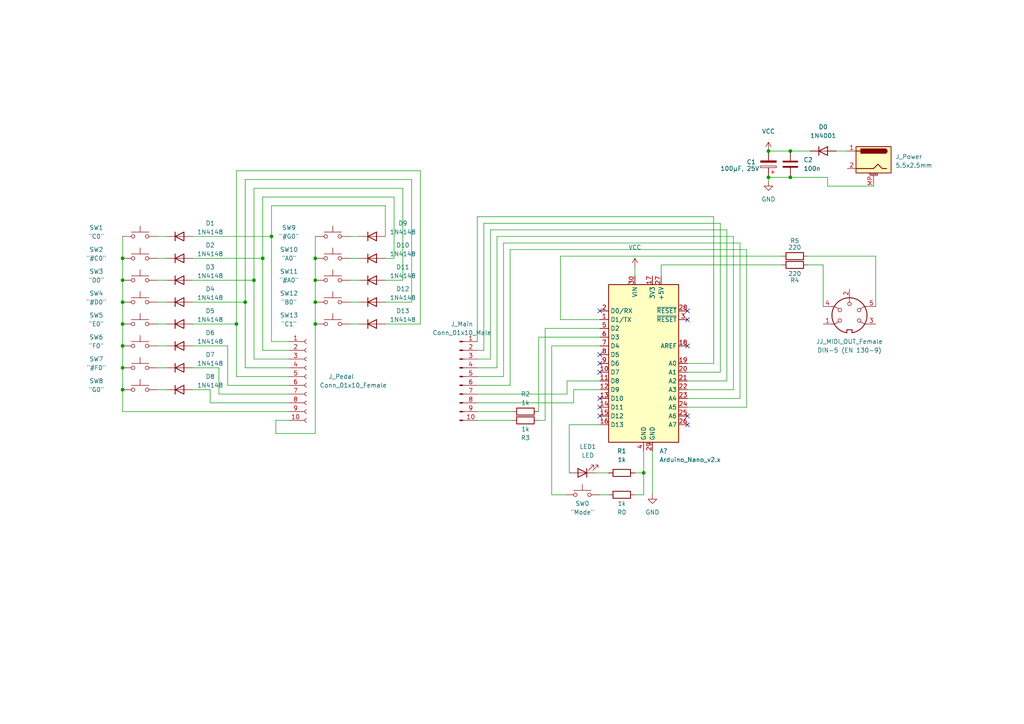
<source format=kicad_sch>
(kicad_sch (version 20211123) (generator eeschema)
  (paper "A4")
  (title_block (title "Foot Organ Midiboard") (date "07.01.2022") (rev "0") (company "EWA") (comment 1 "Board can be extended with additional mux groups") (comment 2 "G7 / V.Weiss"))
  (lib_symbols
    (symbol "Connector:Barrel_Jack_MountingPin" (pin_names hide)
      (property "Reference" "J" (at 0 5.334 0))
      (property "Value" "Barrel_Jack_MountingPin" (at 1.27 -6.35 0))
      (symbol "Barrel_Jack_MountingPin_0_1"
        (rectangle (start -5.08 3.81) (end 5.08 -3.81) (stroke (width 0.254)) (fill (type background)))
        (arc (start -3.302 3.175) (mid -3.937 2.54) (end -3.302 1.905) (stroke (width 0.254)))
        (arc (start -3.302 3.175) (mid -3.937 2.54) (end -3.302 1.905) (stroke (width 0.254)) (fill (type outline)))
        (polyline (pts (xy 5.08 2.54) (xy 3.81 2.54)) (stroke (width 0.254)))
        (polyline (pts (xy -3.81 -2.54) (xy -2.54 -2.54) (xy -1.27 -1.27) (xy 0 -2.54) (xy 2.54 -2.54) (xy 5.08 -2.54)) (stroke (width 0.254)))
        (rectangle (start 3.683 3.175) (end -3.302 1.905) (stroke (width 0.254)) (fill (type outline)))
      )
      (symbol "Barrel_Jack_MountingPin_1_1"
        (polyline (pts (xy -1.016 -4.572) (xy 1.016 -4.572)) (stroke (width 0.1524)))
        (text "Mounting" (at 0 -4.191 0) (effects (font (size 0.381 0.381))))
        (pin passive line (at 7.62 2.54 180) (length 2.54) (name "~") (number "1"))
        (pin passive line (at 7.62 -2.54 180) (length 2.54) (name "~") (number "2"))
        (pin passive line (at 0 -7.62 90) (length 3.048) (name "MountPin") (number "MP"))
      )
    )
    (symbol "Connector:Conn_01x10_Female" (pin_names (offset 1.016) hide)
      (property "Reference" "J" (at 0 12.7 0))
      (property "Value" "Conn_01x10_Female" (at 0 -15.24 0))
      (symbol "Conn_01x10_Female_1_1"
        (arc (start 0 -12.192) (mid -0.508 -12.7) (end 0 -13.208) (stroke (width 0.1524)))
        (arc (start 0 -9.652) (mid -0.508 -10.16) (end 0 -10.668) (stroke (width 0.1524)))
        (arc (start 0 -7.112) (mid -0.508 -7.62) (end 0 -8.128) (stroke (width 0.1524)))
        (arc (start 0 -4.572) (mid -0.508 -5.08) (end 0 -5.588) (stroke (width 0.1524)))
        (arc (start 0 -2.032) (mid -0.508 -2.54) (end 0 -3.048) (stroke (width 0.1524)))
        (polyline (pts (xy -1.27 -12.7) (xy -0.508 -12.7)) (stroke (width 0.1524)))
        (polyline (pts (xy -1.27 -10.16) (xy -0.508 -10.16)) (stroke (width 0.1524)))
        (polyline (pts (xy -1.27 -7.62) (xy -0.508 -7.62)) (stroke (width 0.1524)))
        (polyline (pts (xy -1.27 -5.08) (xy -0.508 -5.08)) (stroke (width 0.1524)))
        (polyline (pts (xy -1.27 -2.54) (xy -0.508 -2.54)) (stroke (width 0.1524)))
        (polyline (pts (xy -1.27 0) (xy -0.508 0)) (stroke (width 0.1524)))
        (polyline (pts (xy -1.27 2.54) (xy -0.508 2.54)) (stroke (width 0.1524)))
        (polyline (pts (xy -1.27 5.08) (xy -0.508 5.08)) (stroke (width 0.1524)))
        (polyline (pts (xy -1.27 7.62) (xy -0.508 7.62)) (stroke (width 0.1524)))
        (polyline (pts (xy -1.27 10.16) (xy -0.508 10.16)) (stroke (width 0.1524)))
        (arc (start 0 0.508) (mid -0.508 0) (end 0 -0.508) (stroke (width 0.1524)))
        (arc (start 0 3.048) (mid -0.508 2.54) (end 0 2.032) (stroke (width 0.1524)))
        (arc (start 0 5.588) (mid -0.508 5.08) (end 0 4.572) (stroke (width 0.1524)))
        (arc (start 0 8.128) (mid -0.508 7.62) (end 0 7.112) (stroke (width 0.1524)))
        (arc (start 0 10.668) (mid -0.508 10.16) (end 0 9.652) (stroke (width 0.1524)))
        (pin passive line (at -5.08 10.16 0) (length 3.81) (name "Pin_1") (number "1"))
        (pin passive line (at -5.08 -12.7 0) (length 3.81) (name "Pin_10") (number "10"))
        (pin passive line (at -5.08 7.62 0) (length 3.81) (name "Pin_2") (number "2"))
        (pin passive line (at -5.08 5.08 0) (length 3.81) (name "Pin_3") (number "3"))
        (pin passive line (at -5.08 2.54 0) (length 3.81) (name "Pin_4") (number "4"))
        (pin passive line (at -5.08 0 0) (length 3.81) (name "Pin_5") (number "5"))
        (pin passive line (at -5.08 -2.54 0) (length 3.81) (name "Pin_6") (number "6"))
        (pin passive line (at -5.08 -5.08 0) (length 3.81) (name "Pin_7") (number "7"))
        (pin passive line (at -5.08 -7.62 0) (length 3.81) (name "Pin_8") (number "8"))
        (pin passive line (at -5.08 -10.16 0) (length 3.81) (name "Pin_9") (number "9"))
      )
    )
    (symbol "Connector:Conn_01x10_Male" (pin_names (offset 1.016) hide)
      (property "Reference" "J" (at 0 12.7 0))
      (property "Value" "Conn_01x10_Male" (at 0 -15.24 0))
      (symbol "Conn_01x10_Male_1_1"
        (polyline (pts (xy 1.27 -12.7) (xy 0.8636 -12.7)) (stroke (width 0.1524)))
        (polyline (pts (xy 1.27 -10.16) (xy 0.8636 -10.16)) (stroke (width 0.1524)))
        (polyline (pts (xy 1.27 -7.62) (xy 0.8636 -7.62)) (stroke (width 0.1524)))
        (polyline (pts (xy 1.27 -5.08) (xy 0.8636 -5.08)) (stroke (width 0.1524)))
        (polyline (pts (xy 1.27 -2.54) (xy 0.8636 -2.54)) (stroke (width 0.1524)))
        (polyline (pts (xy 1.27 0) (xy 0.8636 0)) (stroke (width 0.1524)))
        (polyline (pts (xy 1.27 2.54) (xy 0.8636 2.54)) (stroke (width 0.1524)))
        (polyline (pts (xy 1.27 5.08) (xy 0.8636 5.08)) (stroke (width 0.1524)))
        (polyline (pts (xy 1.27 7.62) (xy 0.8636 7.62)) (stroke (width 0.1524)))
        (polyline (pts (xy 1.27 10.16) (xy 0.8636 10.16)) (stroke (width 0.1524)))
        (rectangle (start 0.8636 -12.573) (end 0 -12.827) (stroke (width 0.1524)) (fill (type outline)))
        (rectangle (start 0.8636 -10.033) (end 0 -10.287) (stroke (width 0.1524)) (fill (type outline)))
        (rectangle (start 0.8636 -7.493) (end 0 -7.747) (stroke (width 0.1524)) (fill (type outline)))
        (rectangle (start 0.8636 -4.953) (end 0 -5.207) (stroke (width 0.1524)) (fill (type outline)))
        (rectangle (start 0.8636 -2.413) (end 0 -2.667) (stroke (width 0.1524)) (fill (type outline)))
        (rectangle (start 0.8636 0.127) (end 0 -0.127) (stroke (width 0.1524)) (fill (type outline)))
        (rectangle (start 0.8636 2.667) (end 0 2.413) (stroke (width 0.1524)) (fill (type outline)))
        (rectangle (start 0.8636 5.207) (end 0 4.953) (stroke (width 0.1524)) (fill (type outline)))
        (rectangle (start 0.8636 7.747) (end 0 7.493) (stroke (width 0.1524)) (fill (type outline)))
        (rectangle (start 0.8636 10.287) (end 0 10.033) (stroke (width 0.1524)) (fill (type outline)))
        (pin passive line (at 5.08 10.16 180) (length 3.81) (name "Pin_1") (number "1"))
        (pin passive line (at 5.08 -12.7 180) (length 3.81) (name "Pin_10") (number "10"))
        (pin passive line (at 5.08 7.62 180) (length 3.81) (name "Pin_2") (number "2"))
        (pin passive line (at 5.08 5.08 180) (length 3.81) (name "Pin_3") (number "3"))
        (pin passive line (at 5.08 2.54 180) (length 3.81) (name "Pin_4") (number "4"))
        (pin passive line (at 5.08 0 180) (length 3.81) (name "Pin_5") (number "5"))
        (pin passive line (at 5.08 -2.54 180) (length 3.81) (name "Pin_6") (number "6"))
        (pin passive line (at 5.08 -5.08 180) (length 3.81) (name "Pin_7") (number "7"))
        (pin passive line (at 5.08 -7.62 180) (length 3.81) (name "Pin_8") (number "8"))
        (pin passive line (at 5.08 -10.16 180) (length 3.81) (name "Pin_9") (number "9"))
      )
    )
    (symbol "DIN-5_1" (pin_names (offset 1.016))
      (property "Reference" "J" (at 3.175 5.715 0))
      (property "Value" "DIN-5_1" (at 0 -6.35 0))
      (symbol "DIN-5_1_0_1"
        (arc (start -5.08 0) (mid -3.8597 -3.3379) (end -0.762 -5.08) (stroke (width 0.254)))
        (circle (center -2.794 -1.524) (radius 0.508))
        (circle (center -2.794 1.524) (radius 0.508))
        (polyline (pts (xy 0 5.08) (xy 0 3.81)))
        (polyline (pts (xy -5.08 -2.54) (xy -4.318 -2.54) (xy -3.175 -1.905)))
        (polyline (pts (xy -5.08 2.54) (xy -4.318 2.54) (xy -3.175 1.905)))
        (polyline (pts (xy 5.08 -2.54) (xy 4.318 -2.54) (xy 3.175 -1.905)))
        (polyline (pts (xy 5.08 2.54) (xy 4.318 2.54) (xy 3.175 1.905)))
        (polyline (pts (xy -0.762 -4.953) (xy -0.762 -4.191) (xy 0.762 -4.191) (xy 0.762 -4.953)) (stroke (width 0.254)))
        (circle (center 0 3.302) (radius 0.508))
        (arc (start 0.762 -5.08) (mid 3.8673 -3.3444) (end 5.08 0) (stroke (width 0.254)))
        (circle (center 2.794 -1.524) (radius 0.508))
        (circle (center 2.794 1.524) (radius 0.508))
        (arc (start 5.08 0) (mid 0 5.08) (end -5.08 0) (stroke (width 0.254)))
      )
      (symbol "DIN-5_1_1_1"
        (pin passive line (at -7.62 -2.54 0) (length 2.54) (name "~") (number "1"))
        (pin passive line (at 0 7.62 270) (length 2.54) (name "~") (number "2"))
        (pin passive line (at 7.62 -2.54 180) (length 2.54) (name "~") (number "3"))
        (pin passive line (at -7.62 2.54 0) (length 2.54) (name "~") (number "4"))
        (pin passive line (at 7.62 2.54 180) (length 2.54) (name "~") (number "5"))
      )
    )
    (symbol "Device:C" (pin_numbers hide) (pin_names (offset 0.254))
      (property "Reference" "C" (at 0.635 2.54 0))
      (property "Value" "C" (at 0.635 -2.54 0))
      (symbol "C_0_1"
        (polyline (pts (xy -2.032 -0.762) (xy 2.032 -0.762)) (stroke (width 0.508)))
        (polyline (pts (xy -2.032 0.762) (xy 2.032 0.762)) (stroke (width 0.508)))
      )
      (symbol "C_1_1"
        (pin passive line (at 0 3.81 270) (length 2.794) (name "~") (number "1"))
        (pin passive line (at 0 -3.81 90) (length 2.794) (name "~") (number "2"))
      )
    )
    (symbol "Device:C_Polarized" (pin_numbers hide) (pin_names (offset 0.254))
      (property "Reference" "C" (at 0.635 2.54 0))
      (property "Value" "C_Polarized" (at 0.635 -2.54 0))
      (symbol "C_Polarized_0_1"
        (rectangle (start -2.286 0.508) (end 2.286 1.016))
        (polyline (pts (xy -1.778 2.286) (xy -0.762 2.286)))
        (polyline (pts (xy -1.27 2.794) (xy -1.27 1.778)))
        (rectangle (start 2.286 -0.508) (end -2.286 -1.016) (fill (type outline)))
      )
      (symbol "C_Polarized_1_1"
        (pin passive line (at 0 3.81 270) (length 2.794) (name "~") (number "1"))
        (pin passive line (at 0 -3.81 90) (length 2.794) (name "~") (number "2"))
      )
    )
    (symbol "Device:LED" (pin_numbers hide) (pin_names (offset 1.016) hide)
      (property "Reference" "D" (at 0 2.54 0))
      (property "Value" "LED" (at 0 -2.54 0))
      (symbol "LED_0_1"
        (polyline (pts (xy -1.27 -1.27) (xy -1.27 1.27)) (stroke (width 0.254)))
        (polyline (pts (xy -1.27 0) (xy 1.27 0)))
        (polyline (pts (xy 1.27 -1.27) (xy 1.27 1.27) (xy -1.27 0) (xy 1.27 -1.27)) (stroke (width 0.254)))
        (polyline (pts (xy -3.048 -0.762) (xy -4.572 -2.286) (xy -3.81 -2.286) (xy -4.572 -2.286) (xy -4.572 -1.524)))
        (polyline (pts (xy -1.778 -0.762) (xy -3.302 -2.286) (xy -2.54 -2.286) (xy -3.302 -2.286) (xy -3.302 -1.524)))
      )
      (symbol "LED_1_1"
        (pin passive line (at -3.81 0 0) (length 2.54) (name "K") (number "1"))
        (pin passive line (at 3.81 0 180) (length 2.54) (name "A") (number "2"))
      )
    )
    (symbol "Device:R" (pin_numbers hide) (pin_names (offset 0))
      (property "Reference" "R" (at 2.032 0 90))
      (property "Value" "R" (at 0 0 90))
      (symbol "R_0_1"
        (rectangle (start -1.016 -2.54) (end 1.016 2.54) (stroke (width 0.254)))
      )
      (symbol "R_1_1"
        (pin passive line (at 0 3.81 270) (length 1.27) (name "~") (number "1"))
        (pin passive line (at 0 -3.81 90) (length 1.27) (name "~") (number "2"))
      )
    )
    (symbol "Diode:1N4001" (pin_numbers hide) (pin_names (offset 1.016) hide)
      (property "Reference" "D" (at 0 2.54 0))
      (property "Value" "1N4001" (at 0 -2.54 0))
      (symbol "1N4001_0_1"
        (polyline (pts (xy -1.27 1.27) (xy -1.27 -1.27)) (stroke (width 0.254)))
        (polyline (pts (xy 1.27 0) (xy -1.27 0)))
        (polyline (pts (xy 1.27 1.27) (xy 1.27 -1.27) (xy -1.27 0) (xy 1.27 1.27)) (stroke (width 0.254)))
      )
      (symbol "1N4001_1_1"
        (pin passive line (at -3.81 0 0) (length 2.54) (name "K") (number "1"))
        (pin passive line (at 3.81 0 180) (length 2.54) (name "A") (number "2"))
      )
    )
    (symbol "Diode:1N4148" (pin_numbers hide) (pin_names (offset 1.016) hide)
      (property "Reference" "D" (at 0 2.54 0))
      (property "Value" "1N4148" (at 0 -2.54 0))
      (symbol "1N4148_0_1"
        (polyline (pts (xy -1.27 1.27) (xy -1.27 -1.27)) (stroke (width 0.254)))
        (polyline (pts (xy 1.27 0) (xy -1.27 0)))
        (polyline (pts (xy 1.27 1.27) (xy 1.27 -1.27) (xy -1.27 0) (xy 1.27 1.27)) (stroke (width 0.254)))
      )
      (symbol "1N4148_1_1"
        (pin passive line (at -3.81 0 0) (length 2.54) (name "K") (number "1"))
        (pin passive line (at 3.81 0 180) (length 2.54) (name "A") (number "2"))
      )
    )
    (symbol "MCU_Module:Arduino_Nano_v2.x"
      (property "Reference" "A" (at -10.16 23.495 0))
      (property "Value" "Arduino_Nano_v2.x" (at 5.08 -24.13 0))
      (symbol "Arduino_Nano_v2.x_0_1"
        (rectangle (start -10.16 22.86) (end 10.16 -22.86) (stroke (width 0.254)) (fill (type background)))
      )
      (symbol "Arduino_Nano_v2.x_1_1"
        (pin bidirectional line (at -12.7 12.7 0) (length 2.54) (name "D1/TX") (number "1"))
        (pin bidirectional line (at -12.7 -2.54 0) (length 2.54) (name "D7") (number "10"))
        (pin bidirectional line (at -12.7 -5.08 0) (length 2.54) (name "D8") (number "11"))
        (pin bidirectional line (at -12.7 -7.62 0) (length 2.54) (name "D9") (number "12"))
        (pin bidirectional line (at -12.7 -10.16 0) (length 2.54) (name "D10") (number "13"))
        (pin bidirectional line (at -12.7 -12.7 0) (length 2.54) (name "D11") (number "14"))
        (pin bidirectional line (at -12.7 -15.24 0) (length 2.54) (name "D12") (number "15"))
        (pin bidirectional line (at -12.7 -17.78 0) (length 2.54) (name "D13") (number "16"))
        (pin power_out line (at 2.54 25.4 270) (length 2.54) (name "3V3") (number "17"))
        (pin input line (at 12.7 5.08 180) (length 2.54) (name "AREF") (number "18"))
        (pin bidirectional line (at 12.7 0 180) (length 2.54) (name "A0") (number "19"))
        (pin bidirectional line (at -12.7 15.24 0) (length 2.54) (name "D0/RX") (number "2"))
        (pin bidirectional line (at 12.7 -2.54 180) (length 2.54) (name "A1") (number "20"))
        (pin bidirectional line (at 12.7 -5.08 180) (length 2.54) (name "A2") (number "21"))
        (pin bidirectional line (at 12.7 -7.62 180) (length 2.54) (name "A3") (number "22"))
        (pin bidirectional line (at 12.7 -10.16 180) (length 2.54) (name "A4") (number "23"))
        (pin bidirectional line (at 12.7 -12.7 180) (length 2.54) (name "A5") (number "24"))
        (pin bidirectional line (at 12.7 -15.24 180) (length 2.54) (name "A6") (number "25"))
        (pin bidirectional line (at 12.7 -17.78 180) (length 2.54) (name "A7") (number "26"))
        (pin power_out line (at 5.08 25.4 270) (length 2.54) (name "+5V") (number "27"))
        (pin input line (at 12.7 15.24 180) (length 2.54) (name "~{RESET}") (number "28"))
        (pin power_in line (at 2.54 -25.4 90) (length 2.54) (name "GND") (number "29"))
        (pin input line (at 12.7 12.7 180) (length 2.54) (name "~{RESET}") (number "3"))
        (pin power_in line (at -2.54 25.4 270) (length 2.54) (name "VIN") (number "30"))
        (pin power_in line (at 0 -25.4 90) (length 2.54) (name "GND") (number "4"))
        (pin bidirectional line (at -12.7 10.16 0) (length 2.54) (name "D2") (number "5"))
        (pin bidirectional line (at -12.7 7.62 0) (length 2.54) (name "D3") (number "6"))
        (pin bidirectional line (at -12.7 5.08 0) (length 2.54) (name "D4") (number "7"))
        (pin bidirectional line (at -12.7 2.54 0) (length 2.54) (name "D5") (number "8"))
        (pin bidirectional line (at -12.7 0 0) (length 2.54) (name "D6") (number "9"))
      )
    )
    (symbol "Switch:SW_Push" (pin_numbers hide) (pin_names (offset 1.016) hide)
      (property "Reference" "SW" (at 1.27 2.54 0))
      (property "Value" "SW_Push" (at 0 -1.524 0))
      (symbol "SW_Push_0_1"
        (circle (center -2.032 0) (radius 0.508))
        (polyline (pts (xy 0 1.27) (xy 0 3.048)))
        (polyline (pts (xy 2.54 1.27) (xy -2.54 1.27)))
        (circle (center 2.032 0) (radius 0.508))
        (pin passive line (at -5.08 0 0) (length 2.54) (name "1") (number "1"))
        (pin passive line (at 5.08 0 180) (length 2.54) (name "2") (number "2"))
      )
    )
    (symbol "power:GND" (power) (pin_names (offset 0))
      (property "Value" "GND" (at 0 -3.81 0))
      (symbol "GND_0_1"
        (polyline (pts (xy 0 0) (xy 0 -1.27) (xy 1.27 -1.27) (xy 0 -2.54) (xy -1.27 -1.27) (xy 0 -1.27)))
      )
      (symbol "GND_1_1"
        (pin power_in line (at 0 0 270) (length 0) hide (name "GND") (number "1"))
      )
    )
    (symbol "power:VCC" (power) (pin_names (offset 0))
      (property "Value" "VCC" (at 0 3.81 0))
      (symbol "VCC_0_1"
        (polyline (pts (xy -0.762 1.27) (xy 0 2.54)))
        (polyline (pts (xy 0 0) (xy 0 2.54)))
        (polyline (pts (xy 0 2.54) (xy 0.762 1.27)))
      )
      (symbol "VCC_1_1"
        (pin power_in line (at 0 0 90) (length 0) hide (name "VCC") (number "1"))
      )
    )
  )
  (junction (at 222.885 51.435))
  (junction (at 35.56 93.98))
  (junction (at 91.44 93.98))
  (junction (at 35.56 81.28))
  (junction (at 35.56 106.68))
  (junction (at 68.58 93.98))
  (junction (at 35.56 100.33))
  (junction (at 91.44 74.93))
  (junction (at 71.12 87.63))
  (junction (at 35.56 74.93))
  (junction (at 229.235 43.815))
  (junction (at 91.44 81.28))
  (junction (at 78.74 68.58))
  (junction (at 91.44 87.63))
  (junction (at 73.66 81.28))
  (junction (at 222.885 43.815))
  (junction (at 35.56 113.03))
  (junction (at 186.69 137.16))
  (junction (at 229.235 51.435))
  (junction (at 35.56 87.63))
  (junction (at 76.2 74.93))
  (no_connect (at 199.39 120.65))
  (no_connect (at 173.99 90.17))
  (no_connect (at 173.99 120.65))
  (no_connect (at 199.39 100.33))
  (no_connect (at 199.39 92.71))
  (no_connect (at 199.39 90.17))
  (no_connect (at 173.99 102.87))
  (no_connect (at 173.99 105.41))
  (no_connect (at 173.99 107.95))
  (no_connect (at 173.99 115.57))
  (no_connect (at 173.99 118.11))
  (no_connect (at 199.39 123.19))
  (wire (pts (xy 138.43 119.38) (xy 148.59 119.38)))
  (wire (pts (xy 45.72 87.63) (xy 48.26 87.63)))
  (wire (pts (xy 73.66 81.28) (xy 73.66 104.14)))
  (wire (pts (xy 186.69 130.81) (xy 186.69 137.16)))
  (wire (pts (xy 71.12 106.68) (xy 83.82 106.68)))
  (wire (pts (xy 76.2 101.6) (xy 83.82 101.6)))
  (wire (pts (xy 240.03 53.975) (xy 253.365 53.975)))
  (wire (pts (xy 214.63 115.57) (xy 199.39 115.57)))
  (wire (pts (xy 140.335 64.77) (xy 208.915 64.77)))
  (wire (pts (xy 55.88 68.58) (xy 78.74 68.58)))
  (wire (pts (xy 114.3 74.93) (xy 114.3 57.15)))
  (wire (pts (xy 78.74 68.58) (xy 78.74 99.06)))
  (wire (pts (xy 111.76 93.98) (xy 121.92 93.98)))
  (wire (pts (xy 60.96 113.03) (xy 60.96 116.84)))
  (wire (pts (xy 78.74 99.06) (xy 83.82 99.06)))
  (wire (pts (xy 229.235 51.435) (xy 240.03 51.435)))
  (wire (pts (xy 35.56 119.38) (xy 83.82 119.38)))
  (wire (pts (xy 208.915 64.77) (xy 208.915 107.95)))
  (wire (pts (xy 71.12 87.63) (xy 71.12 106.68)))
  (wire (pts (xy 138.43 116.84) (xy 166.37 116.84)))
  (wire (pts (xy 160.02 100.33) (xy 160.02 143.51)))
  (wire (pts (xy 222.885 51.435) (xy 222.885 52.705)))
  (wire (pts (xy 138.43 104.14) (xy 142.24 104.14)))
  (wire (pts (xy 73.66 54.61) (xy 116.84 54.61)))
  (wire (pts (xy 156.21 121.92) (xy 158.115 121.92)))
  (wire (pts (xy 55.88 106.68) (xy 63.5 106.68)))
  (wire (pts (xy 35.56 106.68) (xy 35.56 113.03)))
  (wire (pts (xy 101.6 87.63) (xy 104.14 87.63)))
  (wire (pts (xy 172.72 137.16) (xy 176.53 137.16)))
  (wire (pts (xy 184.15 77.47) (xy 184.15 80.01)))
  (wire (pts (xy 80.01 125.73) (xy 80.01 121.92)))
  (wire (pts (xy 119.38 52.07) (xy 71.12 52.07)))
  (wire (pts (xy 156.21 97.79) (xy 173.99 97.79)))
  (wire (pts (xy 158.115 95.25) (xy 173.99 95.25)))
  (wire (pts (xy 207.01 105.41) (xy 207.01 62.865)))
  (wire (pts (xy 147.955 72.39) (xy 216.535 72.39)))
  (wire (pts (xy 140.335 101.6) (xy 140.335 64.77)))
  (wire (pts (xy 165.1 123.19) (xy 173.99 123.19)))
  (wire (pts (xy 63.5 106.68) (xy 63.5 114.3)))
  (wire (pts (xy 146.05 109.22) (xy 146.05 70.485)))
  (wire (pts (xy 234.315 76.835) (xy 238.76 76.835)))
  (wire (pts (xy 207.01 62.865) (xy 138.43 62.865)))
  (wire (pts (xy 146.05 70.485) (xy 214.63 70.485)))
  (wire (pts (xy 210.82 66.675) (xy 210.82 110.49)))
  (wire (pts (xy 142.24 104.14) (xy 142.24 66.675)))
  (wire (pts (xy 45.72 93.98) (xy 48.26 93.98)))
  (wire (pts (xy 45.72 106.68) (xy 48.26 106.68)))
  (wire (pts (xy 144.145 68.58) (xy 212.725 68.58)))
  (wire (pts (xy 138.43 114.3) (xy 164.465 114.3)))
  (wire (pts (xy 73.66 54.61) (xy 73.66 81.28)))
  (wire (pts (xy 111.76 87.63) (xy 119.38 87.63)))
  (wire (pts (xy 35.56 100.33) (xy 35.56 106.68)))
  (wire (pts (xy 147.955 111.76) (xy 147.955 72.39)))
  (wire (pts (xy 91.44 81.28) (xy 91.44 87.63)))
  (wire (pts (xy 111.76 59.69) (xy 111.76 68.58)))
  (wire (pts (xy 199.39 105.41) (xy 207.01 105.41)))
  (wire (pts (xy 138.43 121.92) (xy 148.59 121.92)))
  (wire (pts (xy 101.6 68.58) (xy 104.14 68.58)))
  (wire (pts (xy 238.76 76.835) (xy 238.76 88.9)))
  (wire (pts (xy 142.24 66.675) (xy 210.82 66.675)))
  (wire (pts (xy 78.74 68.58) (xy 78.74 59.69)))
  (wire (pts (xy 91.44 68.58) (xy 91.44 74.93)))
  (wire (pts (xy 240.03 51.435) (xy 240.03 53.975)))
  (wire (pts (xy 138.43 62.865) (xy 138.43 99.06)))
  (wire (pts (xy 55.88 93.98) (xy 68.58 93.98)))
  (wire (pts (xy 165.1 137.16) (xy 165.1 123.19)))
  (wire (pts (xy 45.72 68.58) (xy 48.26 68.58)))
  (wire (pts (xy 80.01 121.92) (xy 83.82 121.92)))
  (wire (pts (xy 162.56 74.295) (xy 162.56 92.71)))
  (wire (pts (xy 35.56 87.63) (xy 35.56 93.98)))
  (wire (pts (xy 166.37 116.84) (xy 166.37 113.03)))
  (wire (pts (xy 144.145 106.68) (xy 144.145 68.58)))
  (wire (pts (xy 138.43 109.22) (xy 146.05 109.22)))
  (wire (pts (xy 189.23 130.81) (xy 189.23 143.51)))
  (wire (pts (xy 186.69 137.16) (xy 184.15 137.16)))
  (wire (pts (xy 214.63 70.485) (xy 214.63 115.57)))
  (wire (pts (xy 91.44 125.73) (xy 80.01 125.73)))
  (wire (pts (xy 45.72 81.28) (xy 48.26 81.28)))
  (wire (pts (xy 91.44 74.93) (xy 91.44 81.28)))
  (wire (pts (xy 160.02 143.51) (xy 163.83 143.51)))
  (wire (pts (xy 35.56 81.28) (xy 35.56 87.63)))
  (wire (pts (xy 212.725 68.58) (xy 212.725 113.03)))
  (wire (pts (xy 91.44 87.63) (xy 91.44 93.98)))
  (wire (pts (xy 35.56 68.58) (xy 35.56 74.93)))
  (wire (pts (xy 116.84 81.28) (xy 116.84 54.61)))
  (wire (pts (xy 162.56 74.295) (xy 226.695 74.295)))
  (wire (pts (xy 158.115 121.92) (xy 158.115 95.25)))
  (wire (pts (xy 191.77 76.835) (xy 226.695 76.835)))
  (wire (pts (xy 63.5 114.3) (xy 83.82 114.3)))
  (wire (pts (xy 164.465 110.49) (xy 173.99 110.49)))
  (wire (pts (xy 76.2 57.15) (xy 76.2 74.93)))
  (wire (pts (xy 138.43 111.76) (xy 147.955 111.76)))
  (wire (pts (xy 216.535 72.39) (xy 216.535 118.11)))
  (wire (pts (xy 254 88.9) (xy 254 74.295)))
  (wire (pts (xy 199.39 113.03) (xy 212.725 113.03)))
  (wire (pts (xy 242.57 43.815) (xy 245.745 43.815)))
  (wire (pts (xy 35.56 93.98) (xy 35.56 100.33)))
  (wire (pts (xy 45.72 74.93) (xy 48.26 74.93)))
  (wire (pts (xy 55.88 100.33) (xy 66.04 100.33)))
  (wire (pts (xy 66.04 111.76) (xy 83.82 111.76)))
  (wire (pts (xy 78.74 59.69) (xy 111.76 59.69)))
  (wire (pts (xy 156.21 119.38) (xy 156.21 97.79)))
  (wire (pts (xy 162.56 92.71) (xy 173.99 92.71)))
  (wire (pts (xy 68.58 109.22) (xy 83.82 109.22)))
  (wire (pts (xy 222.885 51.435) (xy 229.235 51.435)))
  (wire (pts (xy 216.535 118.11) (xy 199.39 118.11)))
  (wire (pts (xy 45.72 100.33) (xy 48.26 100.33)))
  (wire (pts (xy 55.88 87.63) (xy 71.12 87.63)))
  (wire (pts (xy 35.56 74.93) (xy 35.56 81.28)))
  (wire (pts (xy 121.92 49.53) (xy 68.58 49.53)))
  (wire (pts (xy 68.58 93.98) (xy 68.58 109.22)))
  (wire (pts (xy 164.465 114.3) (xy 164.465 110.49)))
  (wire (pts (xy 60.96 116.84) (xy 83.82 116.84)))
  (wire (pts (xy 138.43 106.68) (xy 144.145 106.68)))
  (wire (pts (xy 71.12 52.07) (xy 71.12 87.63)))
  (wire (pts (xy 234.315 74.295) (xy 254 74.295)))
  (wire (pts (xy 66.04 100.33) (xy 66.04 111.76)))
  (wire (pts (xy 45.72 113.03) (xy 48.26 113.03)))
  (wire (pts (xy 186.69 143.51) (xy 186.69 137.16)))
  (wire (pts (xy 191.77 80.01) (xy 191.77 76.835)))
  (wire (pts (xy 73.66 104.14) (xy 83.82 104.14)))
  (wire (pts (xy 101.6 93.98) (xy 104.14 93.98)))
  (wire (pts (xy 68.58 49.53) (xy 68.58 93.98)))
  (wire (pts (xy 55.88 113.03) (xy 60.96 113.03)))
  (wire (pts (xy 91.44 93.98) (xy 91.44 125.73)))
  (wire (pts (xy 76.2 74.93) (xy 55.88 74.93)))
  (wire (pts (xy 184.15 143.51) (xy 186.69 143.51)))
  (wire (pts (xy 210.82 110.49) (xy 199.39 110.49)))
  (wire (pts (xy 222.885 43.815) (xy 229.235 43.815)))
  (wire (pts (xy 166.37 113.03) (xy 173.99 113.03)))
  (wire (pts (xy 173.99 100.33) (xy 160.02 100.33)))
  (wire (pts (xy 119.38 87.63) (xy 119.38 52.07)))
  (wire (pts (xy 101.6 74.93) (xy 104.14 74.93)))
  (wire (pts (xy 111.76 74.93) (xy 114.3 74.93)))
  (wire (pts (xy 101.6 81.28) (xy 104.14 81.28)))
  (wire (pts (xy 55.88 81.28) (xy 73.66 81.28)))
  (wire (pts (xy 114.3 57.15) (xy 76.2 57.15)))
  (wire (pts (xy 138.43 101.6) (xy 140.335 101.6)))
  (wire (pts (xy 173.99 143.51) (xy 176.53 143.51)))
  (wire (pts (xy 76.2 74.93) (xy 76.2 101.6)))
  (wire (pts (xy 35.56 113.03) (xy 35.56 119.38)))
  (wire (pts (xy 229.235 43.815) (xy 234.95 43.815)))
  (wire (pts (xy 111.76 81.28) (xy 116.84 81.28)))
  (wire (pts (xy 121.92 93.98) (xy 121.92 49.53)))
  (wire (pts (xy 208.915 107.95) (xy 199.39 107.95)))
  (symbol (lib_id "Device:R") (at 230.505 76.835 270) (unit 1)
    (property "Reference" "R4" (at 230.505 81.28 90))
    (property "Value" "220" (at 230.505 79.375 90))
  )
  (symbol (lib_id "Diode:1N4148") (at 52.07 74.93 0) (unit 1)
    (property "Reference" "D2" (at 60.96 71.12 0))
    (property "Value" "1N4148" (at 60.96 73.66 0))
    (property "Footprint" "Diode_THT:D_DO-35_SOD27_P7.62mm_Horizontal" (effects hide))
    (property "Datasheet" "https://assets.nexperia.com/documents/data-sheet/1N4148_1N4448.pdf" (effects hide))
  )
  (symbol (lib_id "Switch:SW_Push") (at 40.64 113.03 0) (unit 1)
    (property "Reference" "SW8" (at 27.94 110.49 0))
    (property "Value" "\"G0\"" (at 27.94 113.03 0))
  )
  (symbol (lib_id "Diode:1N4148") (at 52.07 100.33 0) (unit 1)
    (property "Reference" "D6" (at 60.96 96.52 0))
    (property "Value" "1N4148" (at 60.96 99.06 0))
    (property "Footprint" "Diode_THT:D_DO-35_SOD27_P7.62mm_Horizontal" (effects hide))
    (property "Datasheet" "https://assets.nexperia.com/documents/data-sheet/1N4148_1N4448.pdf" (effects hide))
  )
  (symbol (lib_id "Connector:Conn_01x10_Male") (at 133.35 109.22 0) (unit 1)
    (property "Reference" "J_Main" (at 133.985 93.98 0))
    (property "Value" "Conn_01x10_Male" (at 133.985 96.52 0))
  )
  (symbol (lib_id "Diode:1N4148") (at 107.95 87.63 0) (unit 1)
    (property "Reference" "D12" (at 116.84 83.82 0))
    (property "Value" "1N4148" (at 116.84 86.36 0))
    (property "Footprint" "Diode_THT:D_DO-35_SOD27_P7.62mm_Horizontal" (effects hide))
    (property "Datasheet" "https://assets.nexperia.com/documents/data-sheet/1N4148_1N4448.pdf" (effects hide))
  )
  (symbol (lib_id "power:GND") (at 189.23 143.51 0) (unit 1)
    (property "Reference" "#PWR?" (effects hide))
    (property "Value" "GND" (at 189.23 148.59 0))
  )
  (symbol (lib_id "Diode:1N4148") (at 107.95 93.98 0) (unit 1)
    (property "Reference" "D13" (at 116.84 90.17 0))
    (property "Value" "1N4148" (at 116.84 92.71 0))
    (property "Footprint" "Diode_THT:D_DO-35_SOD27_P7.62mm_Horizontal" (effects hide))
    (property "Datasheet" "https://assets.nexperia.com/documents/data-sheet/1N4148_1N4448.pdf" (effects hide))
  )
  (symbol (lib_id "Diode:1N4001") (at 238.76 43.815 0) (unit 1)
    (property "Reference" "D0" (at 238.76 36.83 0))
    (property "Value" "1N4001" (at 238.76 39.37 0))
    (property "Footprint" "Diode_THT:D_DO-41_SOD81_P10.16mm_Horizontal" (effects hide))
    (property "Datasheet" "http://www.vishay.com/docs/88503/1n4001.pdf" (effects hide))
  )
  (symbol (lib_id "Device:R") (at 152.4 119.38 270) (unit 1)
    (property "Reference" "R2" (at 152.4 114.3 90))
    (property "Value" "1k" (at 152.4 116.84 90))
  )
  (symbol (lib_id "Switch:SW_Push") (at 40.64 74.93 0) (unit 1)
    (property "Reference" "SW2" (at 27.94 72.39 0))
    (property "Value" "\"#C0\"" (at 27.94 74.93 0))
  )
  (symbol (lib_id "Device:R") (at 180.34 137.16 270) (unit 1)
    (property "Reference" "R1" (at 180.34 130.81 90))
    (property "Value" "1k" (at 180.34 133.35 90))
  )
  (symbol (lib_id "power:GND") (at 222.885 52.705 0) (unit 1)
    (property "Reference" "#PWR?" (effects hide))
    (property "Value" "GND" (at 222.885 57.785 0))
  )
  (symbol (lib_id "Device:C") (at 229.235 47.625 0) (unit 1)
    (property "Reference" "C2" (at 233.045 46.3549 0) (effects (justify left)))
    (property "Value" "100n" (at 233.045 48.8949 0) (effects (justify left)))
  )
  (symbol (lib_id "Diode:1N4148") (at 52.07 113.03 0) (unit 1)
    (property "Reference" "D8" (at 60.96 109.22 0))
    (property "Value" "1N4148" (at 60.96 111.76 0))
    (property "Footprint" "Diode_THT:D_DO-35_SOD27_P7.62mm_Horizontal" (effects hide))
    (property "Datasheet" "https://assets.nexperia.com/documents/data-sheet/1N4148_1N4448.pdf" (effects hide))
  )
  (symbol (lib_id "Switch:SW_Push") (at 40.64 93.98 0) (unit 1)
    (property "Reference" "SW5" (at 27.94 91.44 0))
    (property "Value" "\"E0\"" (at 27.94 93.98 0))
  )
  (symbol (lib_id "Switch:SW_Push") (at 96.52 93.98 0) (unit 1)
    (property "Reference" "SW13" (at 83.82 91.44 0))
    (property "Value" "\"C1\"" (at 83.82 93.98 0))
  )
  (symbol (lib_id "power:VCC") (at 184.15 77.47 0) (unit 1)
    (property "Reference" "#PWR?" (effects hide))
    (property "Value" "VCC" (at 184.15 71.755 0))
  )
  (symbol (lib_id "Switch:SW_Push") (at 96.52 74.93 0) (unit 1)
    (property "Reference" "SW10" (at 83.82 72.39 0))
    (property "Value" "\"A0\"" (at 83.82 74.93 0))
  )
  (symbol (lib_id "MCU_Module:Arduino_Nano_v2.x") (at 186.69 105.41 0) (unit 1)
    (property "Reference" "A?" (at 191.2494 130.81 0) (effects (justify left)))
    (property "Value" "Arduino_Nano_v2.x" (at 191.2494 133.35 0) (effects (justify left)))
    (property "Footprint" "Module:Arduino_Nano" (effects hide))
    (property "Datasheet" "https://www.arduino.cc/en/uploads/Main/ArduinoNanoManual23.pdf" (effects hide))
  )
  (symbol (lib_id "Diode:1N4148") (at 52.07 81.28 0) (unit 1)
    (property "Reference" "D3" (at 60.96 77.47 0))
    (property "Value" "1N4148" (at 60.96 80.01 0))
    (property "Footprint" "Diode_THT:D_DO-35_SOD27_P7.62mm_Horizontal" (effects hide))
    (property "Datasheet" "https://assets.nexperia.com/documents/data-sheet/1N4148_1N4448.pdf" (effects hide))
  )
  (symbol (lib_id "Device:C_Polarized") (at 222.885 47.625 180) (unit 1)
    (property "Reference" "C1" (at 216.535 46.99 0) (effects (justify right)))
    (property "Value" "100µF, 25V" (at 208.915 48.895 0) (effects (justify right)))
  )
  (symbol (lib_id "Switch:SW_Push") (at 40.64 68.58 0) (unit 1)
    (property "Reference" "SW1" (at 27.94 66.04 0))
    (property "Value" "\"C0\"" (at 27.94 68.58 0))
  )
  (symbol (lib_id "Switch:SW_Push") (at 40.64 81.28 0) (unit 1)
    (property "Reference" "SW3" (at 27.94 78.74 0))
    (property "Value" "\"D0\"" (at 27.94 81.28 0))
  )
  (symbol (lib_id "Connector:Barrel_Jack_MountingPin") (at 253.365 46.355 0) (mirror y) (unit 1)
    (property "Reference" "J_Power" (at 259.715 45.4405 0) (effects (justify right)))
    (property "Value" "5.5x2.5mm" (at 259.715 47.9805 0) (effects (justify right)))
  )
  (symbol (lib_id "Switch:SW_Push") (at 40.64 87.63 0) (unit 1)
    (property "Reference" "SW4" (at 27.94 85.09 0))
    (property "Value" "\"#D0\"" (at 27.94 87.63 0))
  )
  (symbol (lib_id "Switch:SW_Push") (at 40.64 100.33 0) (unit 1)
    (property "Reference" "SW6" (at 27.94 97.79 0))
    (property "Value" "\"F0\"" (at 27.94 100.33 0))
  )
  (symbol (lib_id "Diode:1N4148") (at 107.95 74.93 0) (unit 1)
    (property "Reference" "D10" (at 116.84 71.12 0))
    (property "Value" "1N4148" (at 116.84 73.66 0))
    (property "Footprint" "Diode_THT:D_DO-35_SOD27_P7.62mm_Horizontal" (effects hide))
    (property "Datasheet" "https://assets.nexperia.com/documents/data-sheet/1N4148_1N4448.pdf" (effects hide))
  )
  (symbol (lib_id "Diode:1N4148") (at 52.07 93.98 0) (unit 1)
    (property "Reference" "D5" (at 60.96 90.17 0))
    (property "Value" "1N4148" (at 60.96 92.71 0))
    (property "Footprint" "Diode_THT:D_DO-35_SOD27_P7.62mm_Horizontal" (effects hide))
    (property "Datasheet" "https://assets.nexperia.com/documents/data-sheet/1N4148_1N4448.pdf" (effects hide))
  )
  (symbol (lib_id "Diode:1N4148") (at 52.07 87.63 0) (unit 1)
    (property "Reference" "D4" (at 60.96 83.82 0))
    (property "Value" "1N4148" (at 60.96 86.36 0))
    (property "Footprint" "Diode_THT:D_DO-35_SOD27_P7.62mm_Horizontal" (effects hide))
    (property "Datasheet" "https://assets.nexperia.com/documents/data-sheet/1N4148_1N4448.pdf" (effects hide))
  )
  (symbol (lib_id "Switch:SW_Push") (at 96.52 81.28 0) (unit 1)
    (property "Reference" "SW11" (at 83.82 78.74 0))
    (property "Value" "\"#A0\"" (at 83.82 81.28 0))
  )
  (symbol (lib_id "Switch:SW_Push") (at 168.91 143.51 0) (unit 1)
    (property "Reference" "SW0" (at 168.91 146.05 0))
    (property "Value" "\"Mode\"" (at 168.91 148.59 0))
  )
  (symbol (lib_id "Switch:SW_Push") (at 96.52 87.63 0) (unit 1)
    (property "Reference" "SW12" (at 83.82 85.09 0))
    (property "Value" "\"B0\"" (at 83.82 87.63 0))
  )
  (symbol (lib_id "Diode:1N4148") (at 107.95 68.58 0) (unit 1)
    (property "Reference" "D9" (at 116.84 64.77 0))
    (property "Value" "1N4148" (at 116.84 67.31 0))
    (property "Footprint" "Diode_THT:D_DO-35_SOD27_P7.62mm_Horizontal" (effects hide))
    (property "Datasheet" "https://assets.nexperia.com/documents/data-sheet/1N4148_1N4448.pdf" (effects hide))
  )
  (symbol (lib_id "Diode:1N4148") (at 107.95 81.28 0) (unit 1)
    (property "Reference" "D11" (at 116.84 77.47 0))
    (property "Value" "1N4148" (at 116.84 80.01 0))
    (property "Footprint" "Diode_THT:D_DO-35_SOD27_P7.62mm_Horizontal" (effects hide))
    (property "Datasheet" "https://assets.nexperia.com/documents/data-sheet/1N4148_1N4448.pdf" (effects hide))
  )
  (symbol (lib_id "Connector:Conn_01x10_Female") (at 88.9 109.22 0) (unit 1)
    (property "Reference" "J_Pedal" (at 95.25 109.22 0) (effects (justify left)))
    (property "Value" "Conn_01x10_Female" (at 92.71 111.76 0) (effects (justify left)))
  )
  (symbol (lib_id "Device:R") (at 152.4 121.92 270) (unit 1)
    (property "Reference" "R3" (at 152.4 127 90))
    (property "Value" "1k" (at 152.4 124.46 90))
  )
  (symbol (lib_id "Device:R") (at 180.34 143.51 270) (unit 1)
    (property "Reference" "R0" (at 180.34 148.59 90))
    (property "Value" "1k" (at 180.34 146.05 90))
  )
  (symbol (lib_id "Diode:1N4148") (at 52.07 68.58 0) (unit 1)
    (property "Reference" "D1" (at 60.96 64.77 0))
    (property "Value" "1N4148" (at 60.96 67.31 0))
    (property "Footprint" "Diode_THT:D_DO-35_SOD27_P7.62mm_Horizontal" (effects hide))
    (property "Datasheet" "https://assets.nexperia.com/documents/data-sheet/1N4148_1N4448.pdf" (effects hide))
  )
  (symbol (lib_name "DIN-5_1") (lib_id "Connector:DIN-5") (at 246.38 91.44 0) (unit 1)
    (property "Reference" "JJ_MIDI_OUT_Female" (at 246.3801 99.06 0))
    (property "Value" "DIN-5 (EN 130-9)" (at 246.3801 101.6 0))
    (property "Datasheet" "http://www.mouser.com/ds/2/18/40_c091_abd_e-75918.pdf" (effects hide))
  )
  (symbol (lib_id "Diode:1N4148") (at 52.07 106.68 0) (unit 1)
    (property "Reference" "D7" (at 60.96 102.87 0))
    (property "Value" "1N4148" (at 60.96 105.41 0))
    (property "Footprint" "Diode_THT:D_DO-35_SOD27_P7.62mm_Horizontal" (effects hide))
    (property "Datasheet" "https://assets.nexperia.com/documents/data-sheet/1N4148_1N4448.pdf" (effects hide))
  )
  (symbol (lib_id "Device:LED") (at 168.91 137.16 180) (unit 1)
    (property "Reference" "LED1" (at 170.4975 129.54 0))
    (property "Value" "LED" (at 170.4975 132.08 0))
  )
  (symbol (lib_id "Device:R") (at 230.505 74.295 270) (unit 1)
    (property "Reference" "R5" (at 230.505 69.85 90))
    (property "Value" "220" (at 230.505 71.755 90))
  )
  (symbol (lib_id "Switch:SW_Push") (at 96.52 68.58 0) (unit 1)
    (property "Reference" "SW9" (at 83.82 66.04 0))
    (property "Value" "\"#G0\"" (at 83.82 68.58 0))
  )
  (symbol (lib_id "power:VCC") (at 222.885 43.815 0) (unit 1)
    (property "Reference" "#PWR?" (effects hide))
    (property "Value" "VCC" (at 222.885 38.1 0))
  )
  (symbol (lib_id "Switch:SW_Push") (at 40.64 106.68 0) (unit 1)
    (property "Reference" "SW7" (at 27.94 104.14 0))
    (property "Value" "\"#F0\"" (at 27.94 106.68 0))
  )
)
</source>
